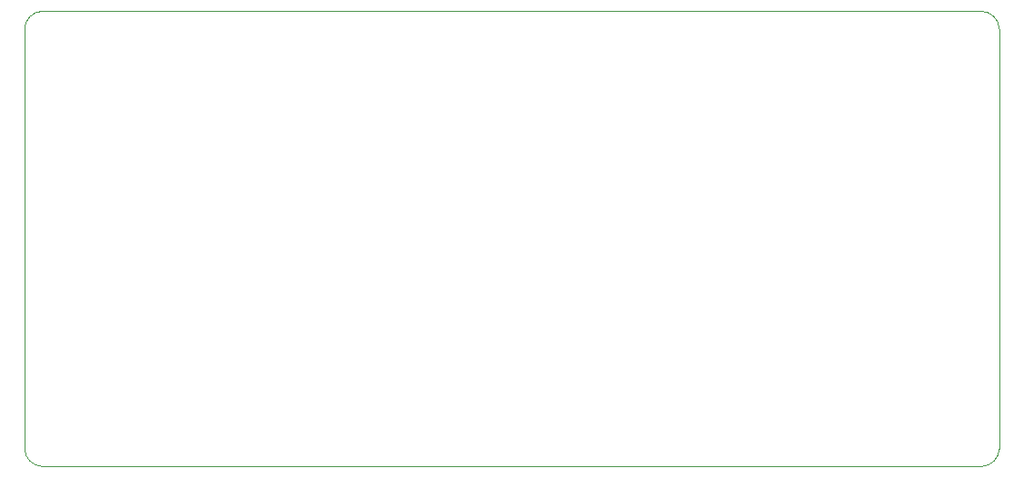
<source format=gbr>
%TF.GenerationSoftware,Altium Limited,Altium Designer,24.6.1 (21)*%
G04 Layer_Color=0*
%FSLAX45Y45*%
%MOMM*%
%TF.SameCoordinates,C77CD831-7174-4571-8234-5D84135F7459*%
%TF.FilePolarity,Positive*%
%TF.FileFunction,Profile,NP*%
%TF.Part,Single*%
G01*
G75*
%TA.AperFunction,Profile*%
%ADD60C,0.02540*%
D60*
X2552738Y2718024D02*
Y6629177D01*
D02*
G02*
X2718023Y6794462I171412J-6127D01*
G01*
X11442700D01*
X11443139Y6794469D01*
D02*
G02*
X11620462Y6629176I5911J-171420D01*
G01*
Y2718044D01*
D02*
G02*
X11455176Y2552738I-171413J6106D01*
G01*
X2718044D01*
D02*
G02*
X2552738Y2718024I6106J171413D01*
G01*
%TF.MD5,b664e8eed794c4b43242e4b2277173aa*%
M02*

</source>
